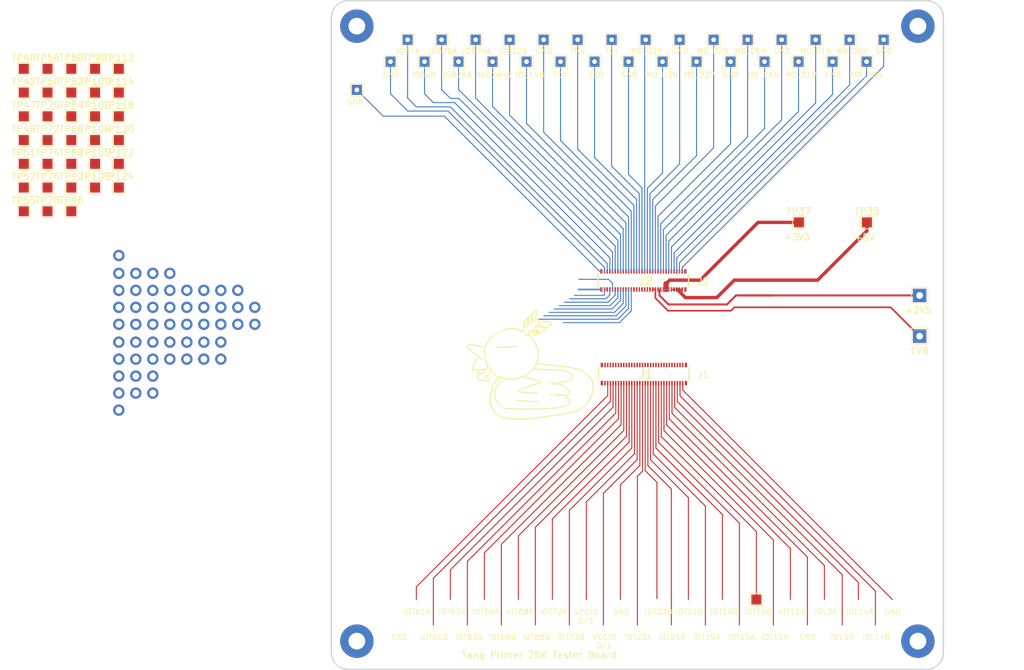
<source format=kicad_pcb>
(kicad_pcb (version 20240108) (generator "pcbnew") (generator_version "8.0")
  (layers (0 "F.Cu" signal) (31 "B.Cu" signal) (34 "B.Paste" user) (35 "F.Paste" user) (36 "B.SilkS" user "B.Silkscreen") (37 "F.SilkS" user "F.Silkscreen") (38 "B.Mask" user) (39 "F.Mask" user) (44 "Edge.Cuts" user))
  (net 0 "")
  (net 1 "/VCCIO2{slash}3")
  (net 2 "/IOB4A")
  (net 3 "/IOB4B")
  (net 4 "/IOB26A")
  (net 5 "/IOB26B")
  (net 6 "/IOR20A")
  (net 7 "/IOB24A")
  (net 8 "/IOR20B")
  (net 9 "/RECONFIG")
  (net 10 "/IOB12B")
  (net 11 "/IOB14B")
  (net 12 "/IOR24A")
  (net 13 "/IOR24B")
  (net 14 "/TCK")
  (net 15 "/TMS")
  (net 16 "/TDO")
  (net 17 "/IOR33A")
  (net 18 "/TDI")
  (net 19 "/IOR33B")
  (net 20 "/M0_D3P")
  (net 21 "/M0_D3N")
  (net 22 "/M0_D2P")
  (net 23 "/VDD_1V8")
  (net 24 "/M0_D2N")
  (net 25 "+2V5")
  (net 26 "/M0_CKP")
  (net 27 "/M0_CKN")
  (net 28 "+3V3")
  (net 29 "/M0_D1P")
  (net 30 "/M0_D1N")
  (net 31 "+5V")
  (net 32 "/M0_D0P")
  (net 33 "/M0_D0N")
  (net 34 "/IOT61A")
  (net 35 "/IOT61B")
  (net 36 "GND")
  (net 37 "/IOT63A")
  (net 38 "/IOT63B")
  (net 39 "/IOT66A")
  (net 40 "/IOT66B")
  (net 41 "/IOT68A")
  (net 42 "/READY")
  (net 43 "/IOT68B")
  (net 44 "/IOT72A")
  (net 45 "/IOT72B")
  (net 46 "/VCCIO0{slash}1")
  (net 47 "/DONE")
  (net 48 "/VCCIO6{slash}7")
  (net 49 "/IOT23A")
  (net 50 "/IOT23B")
  (net 51 "/IOT21A")
  (net 52 "/IOT21B")
  (net 53 "/IOT3A")
  (net 54 "/IOT19A")
  (net 55 "/IOT3B")
  (net 56 "/IOT19B")
  (net 57 "/IOT15A")
  (net 58 "/IOT15B")
  (net 59 "/IOT11A")
  (net 60 "/IOT11B")
  (net 61 "/IOL5A")
  (net 62 "/IOL3A")
  (net 63 "/IOL5B")
  (net 64 "/IOL3B")
  (net 65 "/IOL14A")
  (net 66 "/IOL14B")
  (net 67 "/IOT56A")
  (net 68 "/IOT56B")
  (footprint "Connector_PinHeader_2.54mm:PinHeader_1x01_P2.54mm_Vertical" (layer "F.Cu") (at 102.87 105.537)
    (property "Reference" "REF**" (hide yes))
    (property "Value" "PinHeader_1x01_P2.54mm_Vertical" (hide yes))
  )
  (footprint "TestPoint:TestPoint_Pad_1.5x1.5mm" (layer "F.Cu") (at 75.97 85.09)
    (property "Reference" "TP52")
    (property "Value" "TestPoint")
  )
  (footprint "TestPoint:TestPoint_Pad_1.5x1.5mm" (layer "F.Cu") (at 90.17 70.89)
    (property "Reference" "TP114")
    (property "Value" "TestPoint")
  )
  (footprint "TestPoint:TestPoint_THTPad_1.5x1.5mm_Drill0.7mm" (layer "F.Cu") (at 153.632 62.992)
    (property "Reference" "TP21")
    (property "Value" "TestPoint")
  )
  (footprint "Connector_PinHeader_2.54mm:PinHeader_1x01_P2.54mm_Vertical" (layer "F.Cu") (at 92.71 110.744)
    (property "Reference" "REF**" (hide yes))
    (property "Value" "PinHeader_1x01_P2.54mm_Vertical" (hide yes))
  )
  (footprint "TestPoint:TestPoint_THTPad_1.5x1.5mm_Drill0.7mm" (layer "F.Cu") (at 158.712 62.992)
    (property "Reference" "TP19")
    (property "Value" "TestPoint")
  )
  (footprint "MountingHole:MountingHole_2.5mm_Pad_TopBottom" (layer "F.Cu") (at 125.73 60.96)
    (property "Reference" "REF**" (hide yes))
    (property "Value" "MountingHole_2.5mm_Pad_TopBottom" (hide yes))
  )
  (footprint "Connector_PinHeader_2.54mm:PinHeader_1x01_P2.54mm_Vertical" (layer "F.Cu") (at 110.49 105.537)
    (property "Reference" "REF**" (hide yes))
    (property "Value" "PinHeader_1x01_P2.54mm_Vertical" (hide yes))
  )
  (footprint "Connector_PinHeader_2.54mm:PinHeader_1x01_P2.54mm_Vertical" (layer "F.Cu") (at 97.79 110.744)
    (property "Reference" "REF**" (hide yes))
    (property "Value" "PinHeader_1x01_P2.54mm_Vertical" (hide yes))
  )
  (footprint "Connector_PinHeader_2.54mm:PinHeader_1x01_P2.54mm_Vertical" (layer "F.Cu") (at 95.25 97.917)
    (property "Reference" "REF**" (hide yes))
    (property "Value" "PinHeader_1x01_P2.54mm_Vertical" (hide yes))
  )
  (footprint "TestPoint:TestPoint_THTPad_1.5x1.5mm_Drill0.7mm" (layer "F.Cu") (at 156.1592 66.2686)
    (property "Reference" "TP20")
    (property "Value" "TestPoint")
  )
  (footprint "TestPoint:TestPoint_Pad_1.5x1.5mm" (layer "F.Cu") (at 79.52 74.44)
    (property "Reference" "TP70")
    (property "Value" "TestPoint")
  )
  (footprint "Connector_PinHeader_2.54mm:PinHeader_1x01_P2.54mm_Vertical" (layer "F.Cu") (at 95.25 113.284)
    (property "Reference" "REF**" (hide yes))
    (property "Value" "PinHeader_1x01_P2.54mm_Vertical" (hide yes))
  )
  (footprint "TestPoint:TestPoint_Pad_1.5x1.5mm" (layer "F.Cu") (at 75.97 77.99)
    (property "Reference" "TP48")
    (property "Value" "TestPoint")
  )
  (footprint "TestPoint:TestPoint_THTPad_1.5x1.5mm_Drill0.7mm" (layer "F.Cu") (at 163.792 62.992)
    (property "Reference" "TP17")
    (property "Value" "TestPoint")
  )
  (footprint "Connector_PinHeader_2.54mm:PinHeader_1x01_P2.54mm_Vertical" (layer "F.Cu") (at 105.41 100.457)
    (property "Reference" "REF**" (hide yes))
    (property "Value" "PinHeader_1x01_P2.54mm_Vertical" (hide yes))
  )
  (footprint "Connector_PinHeader_2.54mm:PinHeader_1x01_P2.54mm_Vertical" (layer "F.Cu") (at 97.79 102.997)
    (property "Reference" "REF**" (hide yes))
    (property "Value" "PinHeader_1x01_P2.54mm_Vertical" (hide yes))
  )
  (footprint "Connector_PinHeader_2.54mm:PinHeader_1x01_P2.54mm_Vertical" (layer "F.Cu") (at 90.17 113.284)
    (property "Reference" "REF**" (hide yes))
    (property "Value" "PinHeader_1x01_P2.54mm_Vertical" (hide yes))
  )
  (footprint "TestPoint:TestPoint_Pad_1.5x1.5mm" (layer "F.Cu") (at 79.52 77.99)
    (property "Reference" "TP72")
    (property "Value" "TestPoint")
  )
  (footprint "TestPoint:TestPoint_THTPad_1.5x1.5mm_Drill0.7mm" (layer "F.Cu") (at 171.3992 66.2686)
    (property "Reference" "TP14")
    (property "Value" "TestPoint")
  )
  (footprint "TestPoint:TestPoint_Pad_1.5x1.5mm" (layer "F.Cu") (at 86.62 74.44)
    (property "Reference" "TP102")
    (property "Value" "TestPoint")
  )
  (footprint "TestPoint:TestPoint_THTPad_1.5x1.5mm_Drill0.7mm" (layer "F.Cu") (at 191.7192 66.2686)
    (property "Reference" "TP6")
    (property "Value" "TestPoint")
  )
  (footprint "TestPoint:TestPoint_THTPad_1.5x1.5mm_Drill0.7mm" (layer "F.Cu") (at 176.4792 66.2686)
    (property "Reference" "TP12" (hide yes))
    (property "Value" "TestPoint")
  )
  (footprint "TestPoint:TestPoint_Pad_1.5x1.5mm" (layer "F.Cu") (at 90.17 81.54)
    (property "Reference" "TP122")
    (property "Value" "TestPoint")
  )
  (footprint "TestPoint:TestPoint_THTPad_1.5x1.5mm_Drill0.7mm" (layer "F.Cu") (at 161.2392 66.2686)
    (property "Reference" "TP18")
    (property "Value" "TestPoint")
  )
  (footprint "TestPoint:TestPoint_Pad_1.5x1.5mm" (layer "F.Cu") (at 83.07 70.89)
    (property "Reference" "TP82")
    (property "Value" "TestPoint")
  )
  (footprint "Connector_PinHeader_2.54mm:PinHeader_1x01_P2.54mm_Vertical" (layer "F.Cu") (at 92.71 108.204)
    (property "Reference" "REF**" (hide yes))
    (property "Value" "PinHeader_1x01_P2.54mm_Vertical" (hide yes))
  )
  (footprint "Connector_PinHeader_2.54mm:PinHeader_1x01_P2.54mm_Vertical" (layer "F.Cu") (at 90.17 110.744)
    (property "Reference" "REF**" (hide yes))
    (property "Value" "PinHeader_1x01_P2.54mm_Vertical" (hide yes))
  )
  (footprint "Connector_PinHeader_2.54mm:PinHeader_1x01_P2.54mm_Vertical" (layer "F.Cu") (at 90.17 100.457)
    (property "Reference" "REF**" (hide yes))
    (property "Value" "PinHeader_1x01_P2.54mm_Vertical" (hide yes))
  )
  (footprint "TestPoint:TestPoint_THTPad_1.5x1.5mm_Drill0.7mm" (layer "F.Cu") (at 204.432 62.992)
    (property "Reference" "TP1")
    (property "Value" "TestPoint")
  )
  (footprint "TestPoint:TestPoint_THTPad_1.5x1.5mm_Drill0.7mm" (layer "F.Cu") (at 196.7992 66.2686)
    (property "Reference" "TP4")
    (property "Value" "TestPoint")
  )
  (footprint "TestPoint:TestPoint_Pad_1.5x1.5mm" (layer "F.Cu") (at 83.07 88.64)
    (property "Reference" "TP96")
    (property "Value" "TestPoint")
  )
  (footprint "TestPoint:TestPoint_THTPad_2.0x2.0mm_Drill1.0mm" (layer "F.Cu") (at 209.804 101.219)
    (property "Reference" "REF**" (hide yes))
    (property "Value" "TestPoint_THTPad_2.0x2.0mm_Drill1.0mm")
  )
  (footprint "Connector_PinHeader_2.54mm:PinHeader_1x01_P2.54mm_Vertical" (layer "F.Cu") (at 90.17 115.824)
    (property "Reference" "REF**" (hide yes))
    (property "Value" "PinHeader_1x01_P2.54mm_Vertical" (hide yes))
  )
  (footprint "TestPoint:TestPoint_THTPad_1.5x1.5mm_Drill0.7mm" (layer "F.Cu") (at 148.552 62.992)
    (property "Reference" "TP23")
    (property "Value" "TestPoint")
  )
  (footprint "Connector_PinHeader_2.54mm:PinHeader_1x01_P2.54mm_Vertical" (layer "F.Cu") (at 97.79 100.457)
    (property "Reference" "REF**" (hide yes))
    (property "Value" "PinHeader_1x01_P2.54mm_Vertical" (hide yes))
  )
  (footprint "TestPoint:TestPoint_THTPad_1.5x1.5mm_Drill0.7mm" (layer "F.Cu") (at 194.272 62.992)
    (property "Reference" "TP5")
    (property "Value" "TestPoint")
  )
  (footprint "TestPoint:TestPoint_Pad_1.5x1.5mm" (layer "F.Cu") (at 79.52 85.09)
    (property "Reference" "TP76")
    (property "Value" "TestPoint")
  )
  (footprint "TestPoint:TestPoint_Pad_1.5x1.5mm" (layer "F.Cu") (at 79.52 81.54)
    (property "Reference" "TP74")
    (property "Value" "TestPoint")
  )
  (footprint "TestPoint:TestPoint_Pad_1.5x1.5mm" (layer "F.Cu") (at 86.62 85.09)
    (property "Reference" "TP108")
    (property "Value" "TestPoint")
  )
  (footprint "MountingHole:MountingHole_2.5mm_Pad_TopBottom" (layer "F.Cu") (at 125.73 152.908)
    (property "Reference" "REF**" (hide yes))
    (property "Value" "MountingHole_2.5mm_Pad_TopBottom")
  )
  (footprint "Connector_PinHeader_2.54mm:PinHeader_1x01_P2.54mm_Vertical" (layer "F.Cu") (at 100.33 100.457)
    (property "Reference" "REF**" (hide yes))
    (property "Value" "PinHeader_1x01_P2.54mm_Vertical" (hide yes))
  )
  (footprint "TestPoint:TestPoint_Pad_1.5x1.5mm" (layer "F.Cu") (at 75.97 74.44)
    (property "Reference" "TP47")
    (property "Value" "TestPoint")
  )
  (footprint "Connector_PinHeader_2.54mm:PinHeader_1x01_P2.54mm_Vertical" (layer "F.Cu") (at 90.17 95.25)
    (property "Reference" "REF**" (hide yes))
    (property "Value" "PinHeader_1x01_P2.54mm_Vertical" (hide yes))
  )
  (footprint "Connector_PinHeader_2.54mm:PinHeader_1x01_P2.54mm_Vertical" (layer "F.Cu") (at 92.71 115.824)
    (property "Reference" "REF**" (hide yes))
    (property "Value" "PinHeader_1x01_P2.54mm_Vertical" (hide yes))
  )
  (footprint "TestPoint:TestPoint_THTPad_1.5x1.5mm_Drill0.7mm" (layer "F.Cu") (at 166.3192 66.2686)
    (property "Reference" "TP16")
    (property "Value" "TestPoint")
  )
  (footprint "Connector_PinHeader_2.54mm:PinHeader_1x01_P2.54mm_Vertical" (layer "F.Cu") (at 95.25 108.204)
    (property "Reference" "REF**" (hide yes))
    (property "Value" "PinHeader_1x01_P2.54mm_Vertical" (hide yes))
  )
  (footprint "Connector_PinHeader_2.54mm:PinHeader_1x01_P2.54mm_Vertical" (layer "F.Cu") (at 105.41 108.204)
    (property "Reference" "REF**" (hide yes))
    (property "Value" "PinHeader_1x01_P2.54mm_Vertical" (hide yes))
  )
  (footprint "TestPoint:TestPoint_Pad_1.5x1.5mm" (layer "F.Cu") (at 90.17 85.09)
    (property "Reference" "TP124")
    (property "Value" "TestPoint")
  )
  (footprint "Connector_PinHeader_2.54mm:PinHeader_1x01_P2.54mm_Vertical" (layer "F.Cu") (at 102.87 102.997)
    (property "Reference" "REF**" (hide yes))
    (property "Value" "PinHeader_1x01_P2.54mm_Vertical" (hide yes))
  )
  (footprint "TestPoint:TestPoint_THTPad_1.5x1.5mm_Drill0.7mm" (layer "F.Cu") (at 189.192 62.992)
    (property "Reference" "TP7")
    (property "Value" "TestPoint")
  )
  (footprint "TestPoint:TestPoint_THTPad_1.5x1.5mm_Drill0.7mm" (layer "F.Cu") (at 201.8792 66.2686)
    (property "Reference" "TP2")
    (property "Value" "TestPoint")
  )
  (footprint "MountingHole:MountingHole_2.5mm_Pad_TopBottom" (layer "F.Cu") (at 209.55 60.96)
    (property "Reference" "REF**" (hide yes))
    (property "Value" "MountingHole_2.5mm_Pad_TopBottom" (hide yes))
  )
  (footprint "MountingHole:MountingHole_2.5mm_Pad_TopBottom" (layer "F.Cu") (at 209.55 152.908)
    (property "Reference" "REF**" (hide yes))
    (property "Value" "MountingHole_2.5mm_Pad_TopBottom")
  )
  (footprint "TestPoint:TestPoint_THTPad_1.5x1.5mm_Drill0.7mm" (layer "F.Cu") (at 179.032 62.992)
    (property "Reference" "TP11" (hide yes))
    (property "Value" "TestPoint")
  )
  (footprint "Connector_PinHeader_2.54mm:PinHeader_1x01_P2.54mm_Vertical" (layer "F.Cu") (at 90.17 105.537)
    (property "Reference" "REF**" (hide yes))
    (property "Value" "PinHeader_1x01_P2.54mm_Vertical" (hide yes))
  )
  (footprint "TestPoint:TestPoint_THTPad_1.5x1.5mm_Drill0.7mm" (layer "F.Cu") (at 135.8392 66.2686)
    (property "Reference" "TP28")
    (property "Value" "TestPoint")
  )
  (footprint "TestPoint:TestPoint_THTPad_1.5x1.5mm_Drill0.7mm" (layer "F.Cu") (at 168.872 62.992)
    (property "Reference" "TP15")
    (property "Value" "TestPoint")
  )
  (footprint "TestPoint:TestPoint_THTPad_2.0x2.0mm_Drill1.0mm" (layer "F.Cu") (at 209.804 107.315)
    (property "Reference" "REF**" (hide yes))
    (property "Value" "TestPoint_THTPad_2.0x2.0mm_Drill1.0mm")
  )
  (footprint "TestPoint:TestPoint_Pad_1.5x1.5mm" (layer "F.Cu") (at 75.97 81.54)
    (property "Reference" "TP51")
    (property "Value" "TestPoint")
  )
  (footprint "Connector_PinHeader_2.54mm:PinHeader_1x01_P2.54mm_Vertical" (layer "F.Cu") (at 100.33 110.744)
    (property "Reference" "REF**" (hide yes))
    (property "Value" "PinHeader_1x01_P2.54mm_Vertical" (hide yes))
  )
  (footprint "Library:DF40C-60DS-0.4V_51_" (layer "F.Cu") (at 168.608 112.975 180)
    (property "Reference" "J1")
    (property "Value" "DF40C-60DP-0.4V_51_" (hide yes))
  )
  (footprint "Connector_PinHeader_2.54mm:PinHeader_1x01_P2.54mm_Vertical" (layer "F.Cu") (at 92.71 97.917)
    (property "Reference" "REF**" (hide yes))
    (property "Value" "PinHeader_1x01_P2.54mm_Vertical" (hide yes))
  )
  (footprint "Connector_PinHeader_2.54mm:PinHeader_1x01_P2.54mm_Vertical" (layer "F.Cu") (at 110.49 102.997)
    (property "Reference" "REF**" (hide yes))
    (property "Value" "PinHeader_1x01_P2.54mm_Vertical" (hide yes))
  )
  (footprint "TestPoint:TestPoint_Pad_1.5x1.5mm" (layer "F.Cu") (at 83.07 85.09)
    (property "Reference" "TP92")
    (property "Value" "TestPoint")
  )
  (footprint "TestPoint:TestPoint_Pad_1.5x1.5mm" (layer "F.Cu") (at 201.93 90.297)
    (property "Reference" "TP35")
    (property "Value" "TestPoint")
  )
  (footprint "TestPoint:TestPoint_Pad_1.5x1.5mm" (layer "F.Cu") (at 83.07 81.54)
    (property "Reference" "TP88")
    (property "Value" "TestPoint")
  )
  (footprint "TestPoint:TestPoint_THTPad_1.5x1.5mm_Drill0.7mm" (layer "F.Cu") (at 184.112 62.992)
    (property "Reference" "TP9")
    (property "Value" "TestPoint")
  )
  (footprint "TestPoint:TestPoint_Pad_1.5x1.5mm" (layer "F.Cu") (at 86.62 81.54)
    (property "Reference" "TP106")
    (property "Value" "TestPoint")
  )
  (footprint "Connector_PinHeader_2.54mm:PinHeader_1x01_P2.54mm_Vertical" (layer "F.Cu") (at 92.71 102.997)
    (property "Reference" "REF**" (hide yes))
    (property "Value" "PinHeader_1x01_P2.54mm_Vertical" (hide yes))
  )
  (footprint "TestPoint:TestPoint_THTPad_1.5x1.5mm_Drill0.7mm" (layer "F.Cu") (at 186.6392 66.2686)
    (property "Reference" "TP8")
    (property "Value" "TestPoint")
  )
  (footprint "Library:DF40C-60DS-0.4V_51_" (layer "F.Cu") (at 168.526 98.975 180)
    (property "Reference" "J2")
    (property "Value" "DF40C-60DP-0.4V_51_" (hide yes))
  )
  (footprint "Connector_PinHeader_2.54mm:PinHeader_1x01_P2.54mm_Vertical" (layer "F.Cu") (at 97.79 105.537)
    (property "Reference" "REF**" (hide yes))
    (property "Value" "PinHeader_1x01_P2.54mm_Vertical" (hide yes))
  )
  (footprint "Connector_PinHeader_2.54mm:PinHeader_1x01_P2.54mm_Vertical" (layer "F.Cu") (at 107.95 102.997)
    (property "Reference" "REF**" (hide yes))
    (property "Value" "PinHeader_1x01_P2.54mm_Vertical" (hide yes))
  )
  (footprint "TestPoint:TestPoint_Pad_1.5x1.5mm" (layer "F.Cu") (at 86.62 77.99)
    (property "Reference" "TP104")
    (property "Value" "TestPoint")
  )
  (footprint "TestPoint:TestPoint_THTPad_1.5x1.5mm_Drill0.7mm" (layer "F.Cu") (at 151.0792 66.2686)
    (property "Reference" "TP22")
    (property "Value" "TestPoint")
  )
  (footprint "Connector_PinHeader_2.54mm:PinHeader_1x01_P2.54mm_Vertical" (layer "F.Cu") (at 90.17 102.997)
    (property "Reference" "REF**" (hide yes))
    (property "Value" "PinHeader_1x01_P2.54mm_Vertical" (hide yes))
  )
  (footprint "Connector_PinHeader_2.54mm:PinHeader_1x01_P2.54mm_Vertical" (layer "F.Cu") (at 95.25 105.537)
    (property "Reference" "REF**" (hide yes))
    (property "Value" "PinHeader_1x01_P2.54mm_Vertical" (hide yes))
  )
  (footprint "Connector_PinHeader_2.54mm:PinHeader_1x01_P2.54mm_Vertical" (layer "F.Cu") (at 95.25 102.997)
    (property "Reference" "REF**" (hide yes))
    (property "Value" "PinHeader_1x01_P2.54mm_Vertical" (hide yes))
  )
  (footprint "Connector_PinHeader_2.54mm:PinHeader_1x01_P2.54mm_Vertical" (layer "F.Cu") (at 102.87 108.204)
    (property "Reference" "REF**" (hide yes))
    (property "Value" "PinHeader_1x01_P2.54mm_Vertical" (hide yes))
  )
  (footprint "Connector_PinHeader_2.54mm:PinHeader_1x01_P2.54mm_Vertical" (layer "F.Cu") (at 102.87 100.457)
    (property "Reference" "REF**" (hide yes))
    (property "Value" "PinHeader_1x01_P2.54mm_Vertical" (hide yes))
  )
  (footprint "TestPoint:TestPoint_THTPad_1.5x1.5mm_Drill0.7mm" (layer "F.Cu") (at 133.312 62.992)
    (property "Reference" "TP29")
    (property "Value" "TestPoint")
  )
  (footprint "Connector_PinHeader_2.54mm:PinHeader_1x01_P2.54mm_Vertical" (layer "F.Cu") (at 97.79 108.204)
    (property "Reference" "REF**" (hide yes))
    (property "Value" "PinHeader_1x01_P2.54mm_Vertical" (hide yes))
  )
  (footprint "TestPoint:TestPoint_THTPad_1.5x1.5mm_Drill0.7mm" (layer "F.Cu") (at 181.5592 66.2686)
    (property "Reference" "TP10" (hide yes))
    (property "Value" "TestPoint")
  )
  (footprint "Connector_PinHeader_2.54mm:PinHeader_1x01_P2.54mm_Vertical" (layer "F.Cu") (at 105.41 102.997)
    (property "Reference" "REF**" (hide yes))
    (property "Value" "PinHeader_1x01_P2.54mm_Vertical" (hide yes))
  )
  (footprint "Connector_PinHeader_2.54mm:PinHeader_1x01_P2.54mm_Vertical" (layer "F.Cu") (at 95.25 110.744)
    (property "Reference" "REF**" (hide yes))
    (property "Value" "PinHeader_1x01_P2.54mm_Vertical" (hide yes))
  )
  (footprint "TestPoint:TestPoint_Pad_1.5x1.5mm" (layer "F.Cu") (at 83.07 77.99)
    (property "Reference" "TP86")
    (property "Value" "TestPoint")
  )
  (footprint "Connector_PinHeader_2.54mm:PinHeader_1x01_P2.54mm_Vertical" (layer "F.Cu") (at 95.25 115.824)
    (property "Reference" "REF**" (hide yes))
    (property "Value" "PinHeader_1x01_P2.54mm_Vertical" (hide yes))
  )
  (footprint "TestPoint:TestPoint_THTPad_1.5x1.5mm_Drill0.7mm" (layer "F.Cu") (at 130.7592 66.2686)
    (property "Reference" "TP30")
    (property "Value" "TestPoint")
  )
  (footprint "Connector_PinHeader_2.54mm:PinHeader_1x01_P2.54mm_Vertical" (layer "F.Cu") (at 92.71 100.457)
    (property "Reference" "REF**" (hide yes))
    (property "Value" "PinHeader_1x01_P2.54mm_Vertical" (hide yes))
  )
  (footprint "Connector_PinHeader_2.54mm:PinHeader_1x01_P2.54mm_Vertical" (layer "F.Cu") (at 102.87 110.744)
    (property "Reference" "REF**" (hide yes))
    (property "Value" "PinHeader_1x01_P2.54mm_Vertical" (hide yes))
  )
  (footprint "TestPoint:TestPoint_THTPad_1.5x1.5mm_Drill0.7mm" (layer "F.Cu") (at 138.392 62.992)
    (property "Reference" "TP27")
    (property "Value" "TestPoint")
  )
  (footprint "TestPoint:TestPoint_Pad_1.5x1.5mm" (layer "F.Cu") (at 79.52 70.89)
    (property "Reference" "TP60")
    (property "Value" "TestPoint")
  )
  (footprint "TestPoint:TestPoint_Pad_1.5x1.5mm" (layer "F.Cu") (at 75.97 88.64)
    (property "Reference" "TP55")
    (property "Value" "TestPoint")
  )
  (footprint "Connector_PinHeader_2.54mm:PinHeader_1x01_P2.54mm_Vertical" (layer "F.Cu") (at 100.33 105.537)
    (property "Reference" "REF**" (hide yes))
    (property "Value" "PinHeader_1x01_P2.54mm_Vertical" (hide yes))
  )
  (footprint "Connector_PinHeader_2.54mm:PinHeader_1x01_P2.54mm_Vertical" (layer "F.Cu") (at 100.33 102.997)
    (property "Reference" "REF**" (hide yes))
    (property "Value" "PinHeader_1x01_P2.54mm_Vertical" (hide yes))
  )
  (footprint "MyLibrary:kamo20" (layer "F.Cu") (at 151.517794 112.522)
    (property "Reference" "G***" (hide yes))
    (property "Value" "LOGO" (hide yes))
  )
  (footprint "TestPoint:TestPoint_Pad_1.5x1.5mm" (layer "F.Cu") (at 86.62 67.34)
    (property "Reference" "TP98")
    (property "Value" "TestPoint")
  )
  (footprint "Connector_PinHeader_2.54mm:PinHeader_1x01_P2.54mm_Vertical" (layer "F.Cu") (at 92.71 105.537)
    (property "Reference" "REF**" (hide yes))
    (property "Value" "PinHeader_1x01_P2.54mm_Vertical" (hide yes))
  )
  (footprint "Connector_PinHeader_2.54mm:PinHeader_1x01_P2.54mm_Vertical" (layer "F.Cu") (at 107.95 100.457)
    (property "Reference" "REF**" (hide yes))
    (property "Value" "PinHeader_1x01_P2.54mm_Vertical" (hide yes))
  )
  (footprint "TestPoint:TestPoint_Pad_1.5x1.5mm" (layer "F.Cu") (at 79.52 67.34)
    (property "Reference" "TP56")
    (property "Value" "TestPoint")
  )
  (footprint "Connector_PinHeader_2.54mm:PinHeader_1x01_P2.54mm_Vertical" (layer "F.Cu") (at 105.41 105.537)
    (property "Reference" "REF**" (hide yes))
    (property "Value" "PinHeader_1x01_P2.54mm_Vertical" (hide yes))
  )
  (footprint "Connector_PinHeader_2.54mm:PinHeader_1x01_P2.54mm_Vertical" (layer "F.Cu") (at 97.79 97.917)
    (property "Reference" "REF**" (hide yes))
    (property "Value" "PinHeader_1x01_P2.54mm_Vertical" (hide yes))
  )
  (footprint "TestPoint:TestPoint_Pad_1.5x1.5mm" (layer "F.Cu") (at 86.62 70.89)
    (property "Reference" "TP100")
    (property "Value" "TestPoint")
  )
  (footprint "TestPoint:TestPoint_Pad_1.5x1.5mm" (layer "F.Cu") (at 83.07 74.44)
    (property "Reference" "TP84")
    (property "Value" "TestPoint")
  )
  (footprint "Connector_PinHeader_2.54mm:PinHeader_1x01_P2.54mm_Vertical" (layer "F.Cu") (at 100.33 108.204)
    (property "Reference" "REF**" (hide yes))
    (property "Value" "PinHeader_1x01_P2.54mm_Vertical" (hide yes))
  )
  (footprint "TestPoint:TestPoint_Pad_1.5x1.5mm" (layer "F.Cu") (at 79.52 88.64)
    (property "Reference" "TP78")
    (property "Value" "TestPoint")
  )
  (footprint "Connector_PinHeader_2.54mm:PinHeader_1x01_P2.54mm_Vertical" (layer "F.Cu") (at 90.17 118.364)
    (property "Reference" "REF**" (hide yes))
    (property "Value" "PinHeader_1x01_P2.54mm_Vertical" (hide yes))
  )
  (footprint "Connector_PinHeader_2.54mm:PinHeader_1x01_P2.54mm_Vertical" (layer "F.Cu") (at 90.17 108.204)
    (property "Reference" "REF**" (hide yes))
    (property "Value" "PinHeader_1x01_P2.54mm_Vertical" (hide yes))
  )
  (footprint "TestPoint:TestPoint_Pad_1.5x1.5mm" (layer "F.Cu") (at 90.17 74.44)
    (property "Reference" "TP118")
    (property "Value" "TestPoint")
  )
  (footprint "TestPoint:TestPoint_Pad_1.5x1.5mm" (layer "F.Cu") (at 191.77 90.297)
    (property "Reference" "TP37")
    (property "Value" "TestPoint")
  )
  (footprint "TestPoint:TestPoint_THTPad_1.5x1.5mm_Drill0.7mm" (layer "F.Cu") (at 143.472 62.992)
    (property "Reference" "TP25")
    (property "Value" "TestPoint")
  )
  (footprint "Connector_PinHeader_2.54mm:PinHeader_1x01_P2.54mm_Vertical" (layer "F.Cu") (at 92.71 113.284)
    (property "Reference" "REF**" (hide yes))
    (property "Value" "PinHeader_1x01_P2.54mm_Vertical" (hide yes))
  )
  (footprint "Connector_PinHeader_2.54mm:PinHeader_1x01_P2.54mm_Vertical" (layer "F.Cu") (at 95.25 100.457)
    (property "Reference" "REF**" (hide yes))
    (property "Value" "PinHeader_1x01_P2.54mm_Vertical" (hide yes))
  )
  (footprint "TestPoint:TestPoint_THTPad_1.5x1.5mm_Drill0.7mm" (layer "F.Cu") (at 145.9992 66.2686)
    (property "Reference" "TP24")
    (property "Value" "TestPoint")
  )
  (footprint "TestPoint:TestPoint_THTPad_1.5x1.5mm_Drill0.7mm" (layer "F.Cu") (at 140.9192 66.2686)
    (property "Reference" "TP26")
    (property "Value" "TestPoint")
  )
  (footprint "TestPoint:TestPoint_Pad_1.5x1.5mm" (layer "F.Cu") (at 75.97 70.89)
    (property "Reference" "TP42")
    (property "Value" "TestPoint")
  )
  (footprint "Connector_PinHeader_2.54mm:PinHeader_1x01_P2.54mm_Vertical" (layer "F.Cu") (at 107.95 105.537)
    (property "Reference" "REF**" (hide yes))
    (property "Value" "PinHeader_1x01_P2.54mm_Vertical" (hide yes))
  )
  (footprint "TestPoint:TestPoint_Pad_1.5x1.5mm" (layer "F.Cu") (at 75.97 67.34)
    (property "Reference" "TP40")
    (property "Value" "TestPoint")
  )
  (footprint "TestPoint:TestPoint_THTPad_1.5x1.5mm_Drill0.7mm" (layer "F.Cu") (at 199.352 62.992)
    (property "Reference" "TP3")
    (property "Value" "TestPoint")
  )
  (footprint "TestPoint:TestPoint_Pad_1.5x1.5mm" (layer "F.Cu") (at 90.17 77.99)
    (property "Reference" "TP120")
    (property "Value" "TestPoint")
  )
  (footprint "TestPoint:TestPoint_Pad_1.5x1.5mm" (layer "F.Cu") (at 83.07 67.34)
    (property "Reference" "TP80")
    (property "Value" "TestPoint")
  )
  (footprint "TestPoint:TestPoint_THTPad_1.5x1.5mm_Drill0.7mm" (layer "F.Cu") (at 125.73 70.485)
    (property "Reference" "TP61")
    (property "Value" "TestPoint")
  )
  (footprint "TestPoint:TestPoint_THTPad_1.5x1.5mm_Drill0.7mm" (layer "F.Cu") (at 173.952 62.992)
    (property "Reference" "TP13")
    (property "Value" "TestPoint")
  )
  (footprint "Connector_PinHeader_2.54mm:PinHeader_1x01_P2.54mm_Vertical" (layer "F.Cu") (at 105.41 110.744)
    (property "Reference" "REF**" (hide yes))
    (property "Value" "PinHeader_1x01_P2.54mm_Vertical" (hide yes))
  )
  (footprint "Connector_PinHeader_2.54mm:PinHeader_1x01_P2.54mm_Vertical" (layer "F.Cu") (at 90.17 97.917)
    (property "Reference" "REF**" (hide yes))
    (property "Value" "PinHeader_1x01_P2.54mm_Vertical" (hide yes))
  )
  (footprint "TestPoint:TestPoint_Pad_1.5x1.5mm" (layer "F.Cu") (at 185.42 146.685)
    (property "Reference" "TP110" (hide yes))
    (property "Value" "TestPoint")
  )
  (footprint "TestPoint:TestPoint_Pad_1.5x1.5mm" (layer "F.Cu") (at 90.17 67.34)
    (property "Reference" "TP112")
    (property "Value" "TestPoint")
  )
  (gr_line (start 210.82 57.15) (end 124.46 57.15) (stroke (width 0.2)) (layer "Edge.Cuts"))
  (gr_arc (start 124.462312 157.136238) (mid 122.666261 156.392289) (end 121.922312 154.596238) (stroke (width 0.2)) (layer "Edge.Cuts"))
  (gr_arc (start 210.82 57.15) (mid 212.616051 57.893949) (end 213.36 59.69) (stroke (width 0.2)) (layer "Edge.Cuts"))
  (gr_line (start 124.462312 157.136238) (end 210.82 157.136238) (stroke (width 0.2)) (layer "Edge.Cuts"))
  (gr_line (start 121.92 59.69) (end 121.922312 154.596238) (stroke (width 0.2)) (layer "Edge.Cuts"))
  (gr_arc (start 213.362339 154.596238) (mid 212.617552 156.393105) (end 210.82 157.136238) (stroke (width 0.2)) (layer "Edge.Cuts"))
  (gr_arc (start 121.92 59.69) (mid 122.663949 57.893949) (end 124.46 57.15) (stroke (width 0.2)) (layer "Edge.Cuts"))
  (gr_line (start 213.362312 154.596238) (end 213.36 59.69) (stroke (width 0.2)) (layer "Edge.Cuts"))
  (gr_text "IOT15B" (at 183.515 148.971 0) (layer "F.SilkS") (effects (font (size 0.8 0.8) (thickness 0.1)) (justify left bottom)))
  (gr_text "IOL14A" (at 198.755 148.971 0) (layer "F.SilkS") (effects (font (size 0.8 0.8) (thickness 0.1)) (justify left bottom)))
  (gr_text "IOL3A" (at 194.056 148.971 0) (layer "F.SilkS") (effects (font (size 0.8 0.8) (thickness 0.1)) (justify left bottom)))
  (gr_text "IOT63B" (at 140.335 152.781 0) (layer "F.SilkS") (effects (font (size 0.8 0.8) (thickness 0.1)) (justify left bottom)))
  (gr_text "IOT19A" (at 175.895 152.781 0) (layer "F.SilkS") (effects (font (size 0.8 0.8) (thickness 0.1)) (justify left bottom)))
  (gr_text "IOB4B" (at 133.858 68.707 0) (layer "F.SilkS") (effects (font (size 0.8 0.8) (thickness 0.1)) (justify left bottom)))
  (gr_text "IOB12B" (at 146.812 65.151 0) (layer "F.SilkS") (effects (font (size 0.8 0.8) (thickness 0.1)) (justify left bottom)))
  (gr_text "M0_D3P" (at 166.624 65.151 0) (layer "F.SilkS") (effects (font (size 0.8 0.8) (thickness 0.1)) (justify left bottom)))
  (gr_text "+3V3" (at 189.3824 93.0656 0) (layer "F.SilkS") (effects (font (size 1 1)) (justify left bottom)))
  (gr_text "M0_D0N" (at 199.517 68.707 0) (layer "F.SilkS") (effects (font (size 0.8 0.8) (thickness 0.1)) (justify left bottom)))
  (gr_text "+2V5" (at 207.518 104.013 0) (layer "F.SilkS") (effects (font (size 1 1)) (justify left bottom)))
  (gr_text "GND" (at 203.2 65.151 0) (layer "F.SilkS") (effects (font (size 0.8 0.8) (thickness 0.1)) (justify left bottom)))
  (gr_text "M0_CKP" (at 182.118 65.151 0) (layer "F.SilkS") (effects (font (size 0.8 0.8) (thickness 0.1)) (justify left bottom)))
  (gr_text "1V8" (at 208.28 110.109 0) (layer "F.SilkS") (effects (font (size 1 1)) (justify left bottom)))
  (gr_text "GND" (at 165.1 68.707 0) (layer "F.SilkS") (effects (font (size 0.8 0.8) (thickness 0.1)) (justify left bottom)))
  (gr_text "IOL14B" (at 201.168 152.781 0) (layer "F.SilkS") (effects (font (size 0.8 0.8) (thickness 0.1)) (justify left bottom)))
  (gr_text "M0_D1P" (at 189.738 68.707 0) (layer "F.SilkS") (effects (font (size 0.8 0.8) (thickness 0.1)) (justify left bottom)))
  (gr_text "IOT11A" (at 186.055 152.781 0) (layer "F.SilkS") (effects (font (size 0.8 0.8) (thickness 0.1)) (justify left bottom)))
  (gr_text "M0_D2N" (at 176.53 65.151 0) (layer "F.SilkS") (effects (font (size 0.8 0.8) (thickness 0.1)) (justify left bottom)))
  (gr_text "M0_D3N" (at 168.91 68.707 0) (layer "F.SilkS") (effects (font (size 0.8 0.8) (thickness 0.1)) (justify left bottom)))
  (gr_text "IOT63A" (at 137.795 148.971 0) (layer "F.SilkS") (effects (font (size 0.8 0.8) (thickness 0.1)) (justify left bottom)))
  (gr_text "IOT21A" (at 170.688 152.781 0) (layer "F.SilkS") (effects (font (size 0.8 0.8) (thickness 0.1)) (justify left bottom)))
  (gr_text "IOT11B" (at 188.595 148.971 0) (layer "F.SilkS") (effects (font (size 0.8 0.8) (thickness 0.1)) (justify left bottom)))
  (gr_text "GND" (at 180.34 68.707 0) (layer "F.SilkS") (effects (font (size 0.8 0.8) (thickness 0.1)) (justify left bottom)))
  (gr_text "IOT21B" (at 173.228 148.971 0) (layer "F.SilkS") (effects (font (size 0.8 0.8) (thickness 0.1)) (justify left bottom)))
  (gr_text "GND" (at 152.4 65.151 0) (layer "F.SilkS") (effects (font (size 0.8 0.8) (thickness 0.1)) (justify left bottom)))
  (gr_text "IOB24A" (at 141.478 65.151 0) (layer "F.SilkS") (effects (font (size 0.8 0.8) (thickness 0.1)) (justify left bottom)))
  (gr_text "IOB26B" (at 138.557 68.707 0) (layer "F.SilkS") (effects (font (size 0.8 0.8) (thickness 0.1)) (justify left bottom)))
  (gr_text "J1" (at 176.53 113.665 0) (layer "F.SilkS") (effects (font (size 1 1)) (justify left bottom)))
  (gr_text "IOT66B" (at 145.288 152.781 0) (layer "F.SilkS") (effects (font (size 0.8 0.8) (thickness 0.1)) (justify left bottom)))
  (gr_text "M0_CKN" (at 184.023 68.707 0) (layer "F.SilkS") (effects (font (size 0.8 0.8) (thickness 0.1)) (justify left bottom)))
  (gr_text "GND" (at 204.47 148.971 0) (layer "F.SilkS") (effects (font (size 0.8 0.8) (thickness 0.1)) (justify left bottom)))
  (gr_text "TDI" (at 162.814 65.151 0) (layer "F.SilkS") (effects (font (size 0.8 0.8) (thickness 0.1)) (justify left bottom)))
  (gr_text "Tang Primer 25K Tester Board" (at 141.2748 155.5496 0) (layer "F.SilkS") (effects (font (size 1 1)) (justify left bottom)))
  (gr_text "IOB14B" (at 149.352 68.707 0) (layer "F.SilkS") (effects (font (size 0.8 0.8) (thickness 0.1)) (justify left bottom)))
  (gr_text "IOT61B" (at 135.128 152.781 0) (layer "F.SilkS") (effects (font (size 0.8 0.8) (thickness 0.1)) (justify left bottom)))
  (gr_text "M0_D1N" (at 191.897 65.151 0) (layer "F.SilkS") (effects (font (size 0.8 0.8) (thickness 0.1)) (justify left bottom)))
  (gr_text "IOT68B" (at 150.368 152.781 0) (layer "F.SilkS") (effects (font (size 0.8 0.8) (thickness 0.1)) (justify left bottom)))
  (gr_text "VCCIO\n0/1" (at 162.687 154.051 0) (layer "F.SilkS") (effects (font (size 0.8 0.8) (thickness 0.1)) (justify bottom)))
  (gr_text "IOB26A" (at 136.398 65.151 0) (layer "F.SilkS") (effects (font (size 0.8 0.8) (thickness 0.1)) (justify left bottom)))
  (gr_text "IOT61A" (at 132.588 148.971 0) (layer "F.SilkS") (effects (font (size 0.8 0.8) (thickness 0.1)) (justify left bottom)))
  (gr_text "GND" (at 172.72 65.151 0) (layer "F.SilkS") (effects (font (size 0.8 0.8) (thickness 0.1)) (justify left bottom)))
  (gr_text "IOT19B" (at 178.435 148.971 0) (layer "F.SilkS") (effects (font (size 0.8 0.8) (thickness 0.1)) (justify left bottom)))
  (gr_text "IOT66A" (at 142.875 148.971 0) (layer "F.SilkS") (effects (font (size 0.8 0.8) (thickness 0.1)) (justify left bottom)))
  (gr_text "GND" (at 187.96 65.151 0) (layer "F.SilkS") (effects (font (size 0.8 0.8) (thickness 0.1)) (justify left bottom)))
  (gr_text "TDO" (at 160.274 68.707 0) (layer "F.SilkS") (effects (font (size 0.8 0.8) (thickness 0.1)) (justify left bottom)))
  (gr_text "IOT68A" (at 147.955 148.971 0) (layer "F.SilkS") (effects (font (size 0.8 0.8) (thickness 0.1)) (justify left bottom)))
  (gr_text "TCK" (at 154.94 68.707 0) (layer "F.SilkS") (effects (font (size 0.8 0.8) (thickness 0.1)) (justify left bottom)))
  (gr_text "GND" (at 129.54 68.707 0) (layer "F.SilkS") (effects (font (size 0.8 0.8) (thickness 0.1)) (justify left bottom)))
  (gr_text "IOT15A" (at 181.102 152.781 0) (layer "F.SilkS") (effects (font (size 0.8 0.8) (thickness 0.1)) (justify left bottom)))
  (gr_text "J2" (at 176.53 99.695 0) (layer "F.SilkS") (effects (font (size 1 1)) (justify left bottom)))
  (gr_text "GND" (at 163.9316 148.9964 0) (layer "F.SilkS") (effects (font (size 0.8 0.8) (thickness 0.1)) (justify left bottom)))
  (gr_text "IOT72A" (at 153.035 148.971 0) (layer "F.SilkS") (effects (font (size 0.8 0.8) (thickness 0.1)) (justify left bottom)))
  (gr_text "GND" (at 195.58 68.707 0) (layer "F.SilkS") (effects (font (size 0.8 0.8) (thickness 0.1)) (justify left bottom)))
  (gr_text "GND" (at 191.77 152.781 0) (layer "F.SilkS") (effects (font (size 0.8 0.8) (thickness 0.1)) (justify left bottom)))
  (gr_text "IOT23A" (at 165.608 152.781 0) (layer "F.SilkS") (effects (font (size 0.8 0.8) (thickness 0.1)) (justify left bottom)))
  (gr_text "VCCIO\n0/1" (at 160.02 150.368 0) (layer "F.SilkS") (effects (font (size 0.8 0.8) (thickness 0.1)) (justify bottom)))
  (gr_text "GND" (at 130.81 152.781 0) (layer "F.SilkS") (effects (font (size 0.8 0.8) (thickness 0.1)) (justify left bottom)))
  (gr_text "+5V" (at 199.9488 93.1164 0) (layer "F.SilkS") (effects (font (size 1 1)) (justify left bottom)))
  (gr_text "M0_D2P" (at 174.498 68.707 0) (layer "F.SilkS") (effects (font (size 0.8 0.8) (thickness 0.1)) (justify left bottom)))
  (gr_text "TMS" (at 157.48 65.151 0) (layer "F.SilkS") (effects (font (size 0.8 0.8) (thickness 0.1)) (justify left bottom)))
  (gr_text "IOT23B" (at 168.656 148.971 0) (layer "F.SilkS") (effects (font (size 0.8 0.8) (thickness 0.1)) (justify left bottom)))
  (gr_text "RECONFIG" (at 143.51 68.707 0) (layer "F.SilkS") (effects (font (size 0.7 0.7) (thickness 0.1)) (justify left bottom)))
  (gr_text "GND" (at 124.206 72.771 0) (layer "F.SilkS") (effects (font (size 0.8 0.8) (thickness 0.1)) (justify left bottom)))
  (gr_text "IOL3B" (at 196.469 152.781 0) (layer "F.SilkS") (effects (font (size 0.8 0.8) (thickness 0.1)) (justify left bottom)))
  (gr_text "IOB4A" (at 131.572 65.151 0) (layer "F.SilkS") (effects (font (size 0.8 0.8) (thickness 0.1)) (justify left bottom)))
  (gr_text "M0_D0P" (at 197.358 65.151 0) (layer "F.SilkS") (effects (font (size 0.8 0.8) (thickness 0.1)) (justify left bottom)))
  (gr_text "IOT72B" (at 155.575 152.781 0) (layer "F.SilkS") (effects (font (size 0.8 0.8) (thickness 0.1)) (justify left bottom)))
  (segment (start 165.126 101.955) (end 165.126 100.33) (width 0.15) (layer "B.Cu") (net 0))
  (segment (start 164.211 103.759) (end 165.526 102.444) (width 0.15) (layer "B.Cu") (net 0))
  (segment (start 162.941 101.727) (end 163.526 101.142) (width 0.15) (layer "B.Cu") (net 0))
  (segment (start 163.526 101.142) (end 163.526 100.33) (width 0.15) (layer "B.Cu") (net 0))
  (segment (start 165.526 102.444) (end 165.526 100.33) (width 0.15) (layer "B.Cu") (net 0))
  (segment (start 156.591 105.283) (end 164.973 105.283) (width 0.15) (layer "B.Cu") (net 0))
  (segment (start 154.432 103.759) (end 164.211 103.759) (width 0.15) (layer "B.Cu") (net 0))
  (segment (start 166.726 103.53) (end 166.726 100.33) (width 0.15) (layer "B.Cu") (net 0))
  (segment (start 163.83 103.251) (end 165.126 101.955) (width 0.15) (layer "B.Cu") (net 0))
  (segment (start 163.926 99.41) (end 163.926 100.33) (width 0.15) (layer "B.Cu") (net 0))
  (segment (start 158.877 98.806) (end 163.322 98.806) (width 0.15) (layer "B.Cu") (net 0))
  (segment (start 155.194 103.251) (end 163.83 103.251) (width 0.15) (layer "B.Cu") (net 0))
  (segment (start 164.973 105.283) (end 166.726 103.53) (width 0.15) (layer "B.Cu") (net 0))
  (segment (start 163.322 98.806) (end 163.926 99.41) (width 0.15) (layer "B.Cu") (net 0))
  (segment (start 157.48 101.727) (end 162.941 101.727) (width 0.15) (layer "B.Cu") (net 0))
  (segment (start 162.56 101.219) (end 162.726 101.053) (width 0.15) (layer "B.Cu") (net 1))
  (segment (start 158.242 101.219) (end 162.56 101.219) (width 0.15) (layer "B.Cu") (net 1))
  (segment (start 162.726 101.053) (end 162.726 100.33) (width 0.15) (layer "B.Cu") (net 1))
  (segment (start 163.126 100.33) (end 162.726 100.33) (width 0.15) (layer "B.Cu") (net 1))
  (segment (start 139.7 73.025) (end 134.62 73.025) (width 0.15) (layer "B.Cu") (net 2))
  (segment (start 133.312 71.717) (end 133.312 62.992) (width 0.15) (layer "B.Cu") (net 2))
  (segment (start 163.126 96.451) (end 139.7 73.025) (width 0.15) (layer "B.Cu") (net 2))
  (segment (start 134.62 73.025) (end 133.312 71.717) (width 0.15) (layer "B.Cu") (net 2))
  (segment (start 163.126 97.62) (end 163.126 96.451) (width 0.15) (layer "B.Cu") (net 2))
  (segment (start 163.526 95.581) (end 140.335 72.39) (width 0.15) (layer "B.Cu") (net 3))
  (segment (start 135.8392 71.0692) (end 135.8392 66.2686) (width 0.15) (layer "B.Cu") (net 3))
  (segment (start 163.526 97.62) (end 163.526 95.581) (width 0.15) (layer "B.Cu") (net 3))
  (segment (start 137.16 72.39) (end 135.8392 71.0692) (width 0.15) (layer "B.Cu") (net 3))
  (segment (start 140.335 72.39) (end 137.16 72.39) (width 0.15) (layer "B.Cu") (net 3))
  (segment (start 163.926 94.711) (end 140.97 71.755) (width 0.15) (layer "B.Cu") (net 4))
  (segment (start 139.7 71.755) (end 138.392 70.447) (width 0.15) (layer "B.Cu") (net 4))
  (segment (start 163.926 97.62) (end 163.926 94.711) (width 0.15) (layer "B.Cu") (net 4))
  (segment (start 140.97 71.755) (end 139.7 71.755) (width 0.15) (layer "B.Cu") (net 4))
  (segment (start 138.392 70.447) (end 138.392 62.992) (width 0.15) (layer "B.Cu") (net 4))
  (segment (start 164.326 97.62) (end 164.326 93.841) (width 0.15) (layer "B.Cu") (net 5))
  (segment (start 140.9192 70.4342) (end 140.9192 66.2686) (width 0.15) (layer "B.Cu") (net 5))
  (segment (start 164.326 93.841) (end 140.9192 70.4342) (width 0.15) (layer "B.Cu") (net 5))
  (segment (start 164.326 101.1675) (end 164.326 100.33) (width 0.15) (layer "B.Cu") (net 6))
  (segment (start 163.2585 102.235) (end 164.326 101.1675) (width 0.15) (layer "B.Cu") (net 6))
  (segment (start 156.718 102.235) (end 163.2585 102.235) (width 0.15) (layer "B.Cu") (net 6))
  (segment (start 164.726 92.971) (end 143.472 71.717) (width 0.15) (layer "B.Cu") (net 7))
  (segment (start 164.726 97.62) (end 164.726 92.971) (width 0.15) (layer "B.Cu") (net 7))
  (segment (start 143.472 71.717) (end 143.472 62.992) (width 0.15) (layer "B.Cu") (net 7))
  (segment (start 164.726 101.593) (end 164.726 100.33) (width 0.15) (layer "B.Cu") (net 8))
  (segment (start 163.576 102.743) (end 164.726 101.593) (width 0.15) (layer "B.Cu") (net 8))
  (segment (start 155.956 102.743) (end 163.576 102.743) (width 0.15) (layer "B.Cu") (net 8))
  (segment (start 165.126 97.62) (end 165.126 92.101) (width 0.15) (layer "B.Cu") (net 9))
  (segment (start 165.126 92.101) (end 145.9992 72.9742) (width 0.15) (layer "B.Cu") (net 9))
  (segment (start 145.9992 72.9742) (end 145.9992 66.2686) (width 0.15) (layer "B.Cu") (net 9))
  (segment (start 165.526 91.231) (end 148.552 74.257) (width 0.15) (layer "B.Cu") (net 10))
  (segment (start 148.552 74.257) (end 148.552 62.992) (width 0.15) (layer "B.Cu") (net 10))
  (segment (start 165.526 97.62) (end 165.526 91.231) (width 0.15) (layer "B.Cu") (net 10))
  (segment (start 165.926 90.361) (end 151.0792 75.5142) (width 0.15) (layer "B.Cu") (net 11))
  (segment (start 151.0792 75.5142) (end 151.0792 66.2686) (width 0.15) (layer "B.Cu") (net 11))
  (segment (start 165.926 97.62) (end 165.926 90.361) (width 0.15) (layer "B.Cu") (net 11))
  (segment (start 164.465 104.267) (end 165.926 102.806) (width 0.15) (layer "B.Cu") (net 12))
  (segment (start 153.67 104.267) (end 164.465 104.267) (width 0.15) (layer "B.Cu") (net 12))
  (segment (start 165.926 102.806) (end 165.926 100.33) (width 0.15) (layer "B.Cu") (net 12))
  (segment (start 152.908 104.775) (end 164.719 104.775) (width 0.15) (layer "B.Cu") (net 13))
  (segment (start 166.326 103.168) (end 166.326 100.33) (width 0.15) (layer "B.Cu") (net 13))
  (segment (start 164.719 104.775) (end 166.326 103.168) (width 0.15) (layer "B.Cu") (net 13))
  (segment (start 166.726 88.621) (end 156.1592 78.0542) (width 0.15) (layer "B.Cu") (net 14))
  (segment (start 166.726 97.62) (end 166.726 88.621) (width 0.15) (layer "B.Cu") (net 14))
  (segment (start 156.1592 78.0542) (end 156.1592 66.2686) (width 0.15) (layer "B.Cu") (net 14))
  (segment (start 158.712 79.337) (end 158.712 62.992) (width 0.15) (layer "B.Cu") (net 15))
  (segment (start 167.126 97.62) (end 167.126 87.751) (width 0.15) (layer "B.Cu") (net 15))
  (segment (start 167.126 87.751) (end 158.712 79.337) (width 0.15) (layer "B.Cu") (net 15))
  (segment (start 167.526 86.881) (end 161.2392 80.5942) (width 0.15) (layer "B.Cu") (net 16))
  (segment (start 161.2392 80.5942) (end 161.2392 66.2686) (width 0.15) (layer "B.Cu") (net 16))
  (segment (start 167.526 97.62) (end 167.526 86.881) (width 0.15) (layer "B.Cu") (net 16))
  (segment (start 167.926 86.011) (end 163.792 81.877) (width 0.15) (layer "B.Cu") (net 18))
  (segment (start 167.926 97.62) (end 167.926 86.011) (width 0.15) (layer "B.Cu") (net 18))
  (segment (start 163.792 81.877) (end 163.792 62.992) (width 0.15) (layer "B.Cu") (net 18))
  (segment (start 168.726 63.138) (end 168.872 62.992) (width 0.15) (layer "B.Cu") (net 20))
  (segment (start 168.726 97.62) (end 168.726 63.138) (width 0.15) (layer "B.Cu") (net 20))
  (segment (start 171.3992 82.9183) (end 171.3992 66.2686) (width 0.15) (layer "B.Cu") (net 21))
  (segment (start 169.126 97.62) (end 169.126 85.1915) (width 0.15) (layer "B.Cu") (net 21))
  (segment (start 169.126 85.1915) (end 171.3992 82.9183) (width 0.15) (layer "B.Cu") (net 21))
  (segment (start 176.4792 80.3148) (end 176.4792 66.2686) (width 0.15) (layer "B.Cu") (net 22))
  (segment (start 169.926 86.868) (end 176.4792 80.3148) (width 0.15) (layer "B.Cu") (net 22))
  (segment (start 169.926 97.62) (end 169.926 86.868) (width 0.15) (layer "B.Cu") (net 22))
  (segment (start 209.804 107.315) (end 205.486 102.997) (width 0.25) (layer "F.Cu") (net 23))
  (segment (start 205.486 102.997) (end 182.118 102.997) (width 0.25) (layer "F.Cu") (net 23))
  (segment (start 172.212 103.505) (end 170.326 101.619) (width 0.25) (layer "F.Cu") (net 23))
  (segment (start 182.118 102.997) (end 181.61 103.505) (width 0.25) (layer "F.Cu") (net 23))
  (segment (start 181.61 103.505) (end 172.212 103.505) (width 0.25) (layer "F.Cu") (net 23))
  (segment (start 170.326 100.33) (end 169.997 100.33) (width 0.25) (layer "F.Cu") (net 23))
  (segment (start 170.326 101.619) (end 170.326 100.33) (width 0.25) (layer "F.Cu") (net 23))
  (segment (start 170.326 97.62) (end 170.326 87.865) (width 0.15) (layer "B.Cu") (net 24))
  (segment (start 179.032 79.159) (end 179.032 62.992) (width 0.15) (layer "B.Cu") (net 24))
  (segment (start 170.326 87.865) (end 179.032 79.159) (width 0.15) (layer "B.Cu") (net 24))
  (segment (start 187.706 101.219) (end 183.134 101.219) (width 0.3) (layer "F.Cu") (net 25))
  (segment (start 181.0258 102.5652) (end 172.2882 102.5652) (width 0.3) (layer "F.Cu") (net 25))
  (segment (start 172.2882 102.5652) (end 170.942 101.219) (width 0.3) (layer "F.Cu") (net 25))
  (segment (start 170.942 101.219) (end 170.942 100.33) (width 0.3) (layer "F.Cu") (net 25))
  (segment (start 187.706 101.219) (end 182.372 101.219) (width 0.3) (layer "F.Cu") (net 25))
  (segment (start 182.372 101.219) (end 181.0258 102.5652) (width 0.3) (layer "F.Cu") (net 25))
  (segment (start 187.706 101.219) (end 209.804 101.219) (width 0.3) (layer "F.Cu") (net 25))
  (segment (start 170.726 100.33) (end 171.126 100.33) (width 0.15) (layer "B.Cu") (net 25))
  (segment (start 184.112 77.508) (end 184.112 62.992) (width 0.15) (layer "B.Cu") (net 26))
  (segment (start 171.126 97.62) (end 171.126 90.494) (width 0.15) (layer "B.Cu") (net 26))
  (segment (start 171.126 90.494) (end 184.112 77.508) (width 0.15) (layer "B.Cu") (net 26))
  (segment (start 171.526 91.364) (end 186.6392 76.2508) (width 0.15) (layer "B.Cu") (net 27))
  (segment (start 186.6392 76.2508) (end 186.6392 66.2686) (width 0.15) (layer "B.Cu") (net 27))
  (segment (start 171.526 97.62) (end 171.526 91.364) (width 0.15) (layer "B.Cu") (net 27))
  (segment (start 171.926 99.473) (end 172.466 98.933) (width 0.5) (layer "F.Cu") (net 28))
  (segment (start 172.466 98.933) (end 177.038 98.933) (width 0.5) (layer "F.Cu") (net 28))
  (segment (start 177.038 98.933) (end 185.674 90.297) (width 0.5) (layer "F.Cu") (net 28))
  (segment (start 185.674 90.297) (end 191.77 90.297) (width 0.5) (layer "F.Cu") (net 28))
  (segment (start 171.926 100.33) (end 171.926 99.473) (width 0.8) (layer "F.Cu") (net 28))
  (segment (start 191.7192 90.6272) (end 191.77 90.678) (width 0.4) (layer "F.Cu") (net 28))
  (segment (start 171.958 100.362) (end 171.926 100.33) (width 0.15) (layer "B.Cu") (net 28))
  (segment (start 171.526 100.33) (end 172.326 100.33) (width 0.2) (layer "B.Cu") (net 28))
  (segment (start 172.326 93.104) (end 191.7192 73.7108) (width 0.15) (layer "B.Cu") (net 29))
  (segment (start 172.326 97.62) (end 172.326 93.104) (width 0.15) (layer "B.Cu") (net 29))
  (segment (start 191.7192 73.7108) (end 191.7192 66.2686) (width 0.15) (layer "B.Cu") (net 29))
  (segment (start 172.726 97.62) (end 172.726 93.974) (width 0.15) (layer "B.Cu") (net 30))
  (segment (start 194.272 72.428) (end 194.272 62.992) (width 0.15) (layer "B.Cu") (net 30))
  (segment (start 172.726 93.974) (end 194.272 72.428) (width 0.15) (layer "B.Cu") (net 30))
  (segment (start 182.118 98.933) (end 194.564 98.933) (width 0.5) (layer "F.Cu") (net 31))
  (segment (start 194.564 98.933) (end 201.93 91.567) (width 0.5) (layer "F.Cu") (net 31))
  (segment (start 173.609 100.33) (end 174.8282 101.5492) (width 0.5) (layer "F.Cu") (net 31))
  (segment (start 201.8792 90.6272) (end 201.93 90.678) (width 0.4) (layer "F.Cu") (net 31))
  (segment (start 201.93 91.567) (end 201.93 90.297) (width 0.5) (layer "F.Cu") (net 31))
  (segment (start 179.5018 101.5492) (end 182.118 98.933) (width 0.5) (layer "F.Cu") (net 31))
  (segment (start 172.726 100.33) (end 174.326 100.33) (width 0.2) (layer "F.Cu") (net 31))
  (segment (start 174.8282 101.5492) (end 179.5018 101.5492) (width 0.5) (layer "F.Cu") (net 31))
  (segment (start 173.526 97.62) (end 173.526 95.587) (width 0.15) (layer "B.Cu") (net 32))
  (segment (start 173.526 95.587) (end 199.352 69.761) (width 0.15) (layer "B.Cu") (net 32))
  (segment (start 199.352 69.761) (end 199.352 62.992) (width 0.15) (layer "B.Cu") (net 32))
  (segment (start 173.926 97.62) (end 173.926 96.33) (width 0.15) (layer "B.Cu") (net 33))
  (segment (start 173.926 96.33) (end 201.8792 68.3768) (width 0.15) (layer "B.Cu") (net 33))
  (segment (start 201.8792 68.3768) (end 201.8792 66.2686) (width 0.15) (layer "B.Cu") (net 33))
  (segment (start 163.208 116.192) (end 134.62 144.78) (width 0.15) (layer "F.Cu") (net 34))
  (segment (start 163.208 114.33) (end 163.208 116.192) (width 0.15) (layer "F.Cu") (net 34))
  (segment (start 134.62 144.78) (end 134.62 146.685) (width 0.15) (layer "F.Cu") (net 34))
  (segment (start 163.608 114.33) (end 163.608 117.062) (width 0.15) (layer "F.Cu") (net 35))
  (segment (start 163.608 117.062) (end 137.16 143.51) (width 0.15) (layer "F.Cu") (net 35))
  (segment (start 137.16 143.51) (end 137.16 150.495) (width 0.15) (layer "F.Cu") (net 35))
  (segment (start 130.3528 66.675) (end 130.7592 66.2686) (width 0.25) (layer "F.Cu") (net 36))
  (segment (start 174.408 115.353) (end 205.74 146.685) (width 0.15) (layer "F.Cu") (net 36))
  (segment (start 172.408 119.703) (end 193.04 140.335) (width 0.15) (layer "F.Cu") (net 36))
  (segment (start 125.767 70.448) (end 125.73 70.485) (width 0.25) (layer "F.Cu") (net 36))
  (segment (start 125.349 70.612) (end 125.476 70.485) (width 0.25) (layer "F.Cu") (net 36))
  (segment (start 168.008 126.632) (end 165.1 129.54) (width 0.15) (layer "F.Cu") (net 36))
  (segment (start 168.008 114.33) (end 168.008 126.632) (width 0.15) (layer "F.Cu") (net 36))
  (segment (start 193.04 140.335) (end 193.04 150.495) (width 0.15) (layer "F.Cu") (net 36))
  (segment (start 174.408 114.33) (end 174.408 115.353) (width 0.15) (layer "F.Cu") (net 36))
  (segment (start 172.408 114.33) (end 172.408 119.703) (width 0.15) (layer "F.Cu") (net 36))
  (segment (start 165.1 129.54) (end 165.1 146.685) (width 0.15) (layer "F.Cu") (net 36))
  (segment (start 174.326 97.04) (end 179.545 91.821) (width 0.15) (layer "B.Cu") (net 36))
  (segment (start 162.726 97.04) (end 139.346 73.66) (width 0.15) (layer "B.Cu") (net 36))
  (segment (start 162.251 97.62) (end 162.009 97.62) (width 0.15) (layer "B.Cu") (net 36))
  (segment (start 179.578 91.821) (end 204.432 66.967) (width 0.15) (layer "B.Cu") (net 36))
  (segment (start 139.346 73.66) (end 133.35 73.66) (width 0.15) (layer "B.Cu") (net 36))
  (segment (start 204.432 66.967) (end 204.432 62.992) (width 0.15) (layer "B.Cu") (net 36))
  (segment (start 169.526 85.998) (end 173.952 81.572) (width 0.15) (layer "B.Cu") (net 36))
  (segment (start 166.3192 83.1342) (end 166.3192 66.2686) (width 0.15) (layer "B.Cu") (net 36))
  (segment (start 168.326 85.141) (end 166.3192 83.1342) (width 0.15) (layer "B.Cu") (net 36))
  (segment (start 138.811 74.422) (end 129.667 74.422) (width 0.15) (layer "B.Cu") (net 36))
  (segment (start 129.667 74.422) (end 125.73 70.485) (width 0.15) (layer "B.Cu") (net 36))
  (segment (start 162.009 97.62) (end 138.811 74.422) (width 0.15) (layer "B.Cu") (net 36))
  (segment (start 170.726 97.62) (end 170.726 89.37) (width 0.15) (layer "B.Cu") (net 36))
  (segment (start 189.192 74.968) (end 189.192 62.992) (width 0.15) (layer "B.Cu") (net 36))
  (segment (start 133.35 73.66) (end 130.7592 71.0692) (width 0.15) (layer "B.Cu") (net 36))
  (segment (start 181.5592 78.5368) (end 181.5592 66.2686) (width 0.15) (layer "B.Cu") (net 36))
  (segment (start 153.632 76.797) (end 153.632 62.992) (width 0.15) (layer "B.Cu") (net 36))
  (segment (start 174.326 97.62) (end 174.326 97.04) (width 0.15) (layer "B.Cu") (net 36))
  (segment (start 196.7992 71.1708) (end 196.7992 66.2686) (width 0.15) (layer "B.Cu") (net 36))
  (segment (start 130.7592 71.0692) (end 130.7592 66.2686) (width 0.15) (layer "B.Cu") (net 36))
  (segment (start 158.877 100.33) (end 162.251 100.33) (width 0.25) (layer "B.Cu") (net 36))
  (segment (start 171.926 92.234) (end 189.192 74.968) (width 0.15) (layer "B.Cu") (net 36))
  (segment (start 162.726 97.62) (end 162.726 97.04) (width 0.15) (layer "B.Cu") (net 36))
  (segment (start 170.726 89.37) (end 181.5592 78.5368) (width 0.15) (layer "B.Cu") (net 36))
  (segment (start 173.126 97.62) (end 173.126 94.844) (width 0.15) (layer "B.Cu") (net 36))
  (segment (start 168.008 111.62) (end 167.998 111.61) (width 0.15) (layer "B.Cu") (net 36))
  (segment (start 166.326 89.491) (end 153.632 76.797) (width 0.15) (layer "B.Cu") (net 36))
  (segment (start 169.526 97.62) (end 169.526 85.998) (width 0.15) (layer "B.Cu") (net 36))
  (segment (start 168.326 97.62) (end 168.326 85.141) (width 0.15) (layer "B.Cu") (net 36))
  (segment (start 173.952 81.572) (end 173.952 62.992) (width 0.15) (layer "B.Cu") (net 36))
  (segment (start 171.926 97.62) (end 171.926 92.234) (width 0.15) (layer "B.Cu") (net 36))
  (segment (start 173.126 94.844) (end 196.7992 71.1708) (width 0.15) (layer "B.Cu") (net 36))
  (segment (start 166.326 97.62) (end 166.326 89.491) (width 0.15) (layer "B.Cu") (net 36))
  (segment (start 164.008 114.33) (end 164.008 117.932) (width 0.15) (layer "F.Cu") (net 37))
  (segment (start 164.008 117.932) (end 139.7 142.24) (width 0.15) (layer "F.Cu") (net 37))
  (segment (start 139.7 142.24) (end 139.7 146.685) (width 0.15) (layer "F.Cu") (net 37))
  (segment (start 164.408 114.33) (end 164.408 118.802) (width 0.15) (layer "F.Cu") (net 38))
  (segment (start 142.24 140.97) (end 142.24 150.495) (width 0.15) (layer "F.Cu") (net 38))
  (segment (start 164.408 118.802) (end 142.24 140.97) (width 0.15) (layer "F.Cu") (net 38))
  (segment (start 164.808 114.33) (end 164.808 119.672) (width 0.15) (layer "F.Cu") (net 39))
  (segment (start 164.808 119.672) (end 144.78 139.7) (width 0.15) (layer "F.Cu") (net 39))
  (segment (start 144.78 139.7) (end 144.78 146.685) (width 0.15) (layer "F.Cu") (net 39))
  (segment (start 147.32 138.43) (end 147.32 150.495) (width 0.15) (layer "F.Cu") (net 40))
  (segment (start 165.208 114.33) (end 165.208 120.542) (width 0.15) (layer "F.Cu") (net 40))
  (segment (start 165.208 120.542) (end 147.32 138.43) (width 0.15) (layer "F.Cu") (net 40))
  (segment (start 149.86 137.16) (end 149.86 146.685) (width 0.15) (layer "F.Cu") (net 41))
  (segment (start 165.608 121.412) (end 149.86 137.16) (width 0.15) (layer "F.Cu") (net 41))
  (segment (start 165.608 114.33) (end 165.608 121.412) (width 0.15) (layer "F.Cu") (net 41))
  (segment (start 152.4 135.89) (end 152.4 150.495) (width 0.15) (layer "F.Cu") (net 43))
  (segment (start 166.008 122.282) (end 152.4 135.89) (width 0.15) (layer "F.Cu") (net 43))
  (segment (start 166.008 114.33) (end 166.008 122.282) (width 0.15) (layer "F.Cu") (net 43))
  (segment (start 154.94 134.62) (end 154.94 146.685) (width 0.15) (layer "F.Cu") (net 44))
  (segment (start 166.408 114.33) (end 166.408 123.152) (width 0.15) (layer "F.Cu") (net 44))
  (segment (start 166.408 123.152) (end 154.94 134.62) (width 0.15) (layer "F.Cu") (net 44))
  (segment (start 157.48 133.35) (end 157.48 150.495) (width 0.15) (layer "F.Cu") (net 45))
  (segment (start 166.808 124.022) (end 157.48 133.35) (width 0.15) (layer "F.Cu") (net 45))
  (segment (start 166.808 114.33) (end 166.808 124.022) (width 0.15) (layer "F.Cu") (net 45))
  (segment (start 162.56 130.81) (end 162.56 150.495) (width 0.15) (layer "F.Cu") (net 46))
  (segment (start 167.608 114.33) (end 167.608 125.762) (width 0.15) (layer "F.Cu") (net 46))
  (segment (start 167.208 124.892) (end 160.02 132.08) (width 0.15) (layer "F.Cu") (net 46))
  (segment (start 167.608 125.762) (end 162.56 130.81) (width 0.15) (layer "F.Cu") (net 46))
  (segment (start 160.02 132.08) (end 160.02 146.685) (width 0.15) (layer "F.Cu") (net 46))
  (segment (start 167.208 114.33) (end 167.208 124.892) (width 0.15) (layer "F.Cu") (net 46))
  (segment (start 168.408 127.502) (end 167.64 128.27) (width 0.15) (layer "F.Cu") (net 49))
  (segment (start 168.408 114.33) (end 168.408 127.502) (width 0.15) (layer "F.Cu") (net 49))
  (segment (start 167.64 128.27) (end 167.64 150.495) (width 0.15) (layer "F.Cu") (net 49))
  (segment (start 168.808 114.33) (end 168.808 127.406) (width 0.15) (layer "F.Cu") (net 50))
  (segment (start 168.808 127.406) (end 170.561 129.159) (width 0.15) (layer "F.Cu") (net 50))
  (segment (start 170.561 129.159) (end 170.561 146.558) (width 0.15) (layer "F.Cu") (net 50))
  (segment (start 169.208 126.663) (end 172.72 130.175) (width 0.15) (layer "F.Cu") (net 51))
  (segment (start 169.208 114.33) (end 169.208 126.663) (width 0.15) (layer "F.Cu") (net 51))
  (segment (start 172.72 130.175) (end 172.72 150.495) (width 0.15) (layer "F.Cu") (net 51))
  (segment (start 169.608 125.793) (end 175.26 131.445) (width 0.15) (layer "F.Cu") (net 52))
  (segment (start 175.26 131.445) (end 175.26 146.685) (width 0.15) (layer "F.Cu") (net 52))
  (segment (start 169.608 114.33) (end 169.608 125.793) (width 0.15) (layer "F.Cu") (net 52))
  (segment (start 177.8 132.715) (end 177.8 150.495) (width 0.15) (layer "F.Cu") (net 54))
  (segment (start 170.008 124.923) (end 177.8 132.715) (width 0.15) (layer "F.Cu") (net 54))
  (segment (start 170.008 114.33) (end 170.008 124.923) (width 0.15) (layer "F.Cu") (net 54))
  (segment (start 170.408 114.33) (end 170.408 124.053) (width 0.15) (layer "F.Cu") (net 56))
  (segment (start 170.408 124.053) (end 180.34 133.985) (width 0.15) (layer "F.Cu") (net 56))
  (segment (start 180.34 133.985) (end 180.34 146.685) (width 0.15) (layer "F.Cu") (net 56))
  (segment (start 182.88 135.255) (end 182.88 150.495) (width 0.15) (layer "F.Cu") (net 57))
  (segment (start 170.808 123.183) (end 182.88 135.255) (width 0.15) (layer "F.Cu") (net 57))
  (segment (start 170.808 114.33) (end 170.808 123.183) (width 0.15) (layer "F.Cu") (net 57))
  (segment (start 185.42 136.525) (end 185.42 146.685) (width 0.15) (layer "F.Cu") (net 58))
  (segment (start 171.208 114.33) (end 171.208 122.313) (width 0.15) (layer "F.Cu") (net 58))
  (segment (start 171.208 122.313) (end 185.42 136.525) (width 0.15) (layer "F.Cu") (net 58))
  (segment (start 171.608 121.443) (end 187.96 137.795) (width 0.15) (layer "F.Cu") (net 59))
  (segment (start 171.608 114.33) (end 171.608 121.443) (width 0.15) (layer "F.Cu") (net 59))
  (segment (start 187.96 137.795) (end 187.96 150.495) (width 0.15) (layer "F.Cu") (net 59))
  (segment (start 172.008 114.33) (end 172.008 120.573) (width 0.15) (layer "F.Cu") (net 60))
  (segment (start 172.008 120.573) (end 190.5 139.065) (width 0.15) (layer "F.Cu") (net 60))
  (segment (start 190.5 139.065) (end 190.5 146.685) (width 0.15) (layer "F.Cu") (net 60))
  (segment (start 195.58 141.605) (end 195.58 146.685) (width 0.15) (layer "F.Cu") (net 62))
  (segment (start 172.808 118.833) (end 195.58 141.605) (width 0.15) (layer "F.Cu") (net 62))
  (segment (start 172.808 114.33) (end 172.808 118.833) (width 0.15) (layer "F.Cu") (net 62))
  (segment (start 173.208 117.963) (end 198.247 143.002) (width 0.15) (layer "F.Cu") (net 64))
  (segment (start 198.247 143.002) (end 198.247 150.495) (width 0.15) (layer "F.Cu") (net 64))
  (segment (start 173.208 114.33) (end 173.208 117.963) (width 0.15) (layer "F.Cu") (net 64))
  (segment (start 173.608 114.33) (end 173.608 117.093) (width 0.15) (layer "F.Cu") (net 65))
  (segment (start 173.608 117.093) (end 200.66 144.145) (width 0.15) (layer "F.Cu") (net 65))
  (segment (start 200.66 144.145) (end 200.66 146.685) (width 0.15) (layer "F.Cu") (net 65))
  (segment (start 174.008 114.33) (end 174.008 116.223) (width 0.15) (layer "F.Cu") (net 66))
  (segment (start 203.2 145.415) (end 203.2 150.495) (width 0.15) (layer "F.Cu") (net 66))
  (segment (start 174.008 116.223) (end 203.2 145.415) (width 0.15) (layer "F.Cu") (net 66))
)
</source>
